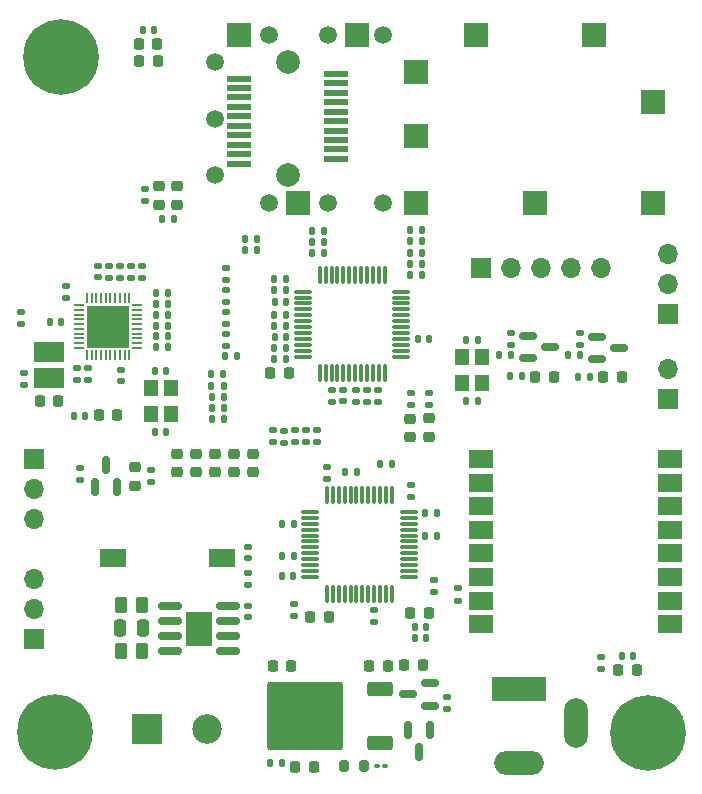
<source format=gbr>
%TF.GenerationSoftware,KiCad,Pcbnew,8.0.5*%
%TF.CreationDate,2025-11-07T08:13:22-03:00*%
%TF.ProjectId,sfp_moduloIC,7366705f-6d6f-4647-956c-6f49432e6b69,v1.0*%
%TF.SameCoordinates,Original*%
%TF.FileFunction,Soldermask,Top*%
%TF.FilePolarity,Negative*%
%FSLAX46Y46*%
G04 Gerber Fmt 4.6, Leading zero omitted, Abs format (unit mm)*
G04 Created by KiCad (PCBNEW 8.0.5) date 2025-11-07 08:13:22*
%MOMM*%
%LPD*%
G01*
G04 APERTURE LIST*
G04 Aperture macros list*
%AMRoundRect*
0 Rectangle with rounded corners*
0 $1 Rounding radius*
0 $2 $3 $4 $5 $6 $7 $8 $9 X,Y pos of 4 corners*
0 Add a 4 corners polygon primitive as box body*
4,1,4,$2,$3,$4,$5,$6,$7,$8,$9,$2,$3,0*
0 Add four circle primitives for the rounded corners*
1,1,$1+$1,$2,$3*
1,1,$1+$1,$4,$5*
1,1,$1+$1,$6,$7*
1,1,$1+$1,$8,$9*
0 Add four rect primitives between the rounded corners*
20,1,$1+$1,$2,$3,$4,$5,0*
20,1,$1+$1,$4,$5,$6,$7,0*
20,1,$1+$1,$6,$7,$8,$9,0*
20,1,$1+$1,$8,$9,$2,$3,0*%
G04 Aperture macros list end*
%ADD10RoundRect,0.140000X-0.140000X-0.170000X0.140000X-0.170000X0.140000X0.170000X-0.140000X0.170000X0*%
%ADD11RoundRect,0.225000X0.225000X0.250000X-0.225000X0.250000X-0.225000X-0.250000X0.225000X-0.250000X0*%
%ADD12RoundRect,0.140000X-0.170000X0.140000X-0.170000X-0.140000X0.170000X-0.140000X0.170000X0.140000X0*%
%ADD13R,2.500000X2.500000*%
%ADD14C,2.500000*%
%ADD15RoundRect,0.150000X-0.587500X-0.150000X0.587500X-0.150000X0.587500X0.150000X-0.587500X0.150000X0*%
%ADD16RoundRect,0.140000X0.140000X0.170000X-0.140000X0.170000X-0.140000X-0.170000X0.140000X-0.170000X0*%
%ADD17RoundRect,0.150000X-0.150000X0.587500X-0.150000X-0.587500X0.150000X-0.587500X0.150000X0.587500X0*%
%ADD18RoundRect,0.218750X0.218750X0.256250X-0.218750X0.256250X-0.218750X-0.256250X0.218750X-0.256250X0*%
%ADD19RoundRect,0.062500X-0.062500X0.350000X-0.062500X-0.350000X0.062500X-0.350000X0.062500X0.350000X0*%
%ADD20RoundRect,0.062500X-0.350000X0.062500X-0.350000X-0.062500X0.350000X-0.062500X0.350000X0.062500X0*%
%ADD21R,3.600000X3.600000*%
%ADD22RoundRect,0.218750X-0.256250X0.218750X-0.256250X-0.218750X0.256250X-0.218750X0.256250X0.218750X0*%
%ADD23RoundRect,0.135000X0.135000X0.185000X-0.135000X0.185000X-0.135000X-0.185000X0.135000X-0.185000X0*%
%ADD24RoundRect,0.135000X-0.185000X0.135000X-0.185000X-0.135000X0.185000X-0.135000X0.185000X0.135000X0*%
%ADD25RoundRect,0.140000X0.170000X-0.140000X0.170000X0.140000X-0.170000X0.140000X-0.170000X-0.140000X0*%
%ADD26RoundRect,0.135000X-0.135000X-0.185000X0.135000X-0.185000X0.135000X0.185000X-0.135000X0.185000X0*%
%ADD27C,6.400000*%
%ADD28R,4.600000X2.000000*%
%ADD29O,4.200000X2.000000*%
%ADD30O,2.000000X4.200000*%
%ADD31RoundRect,0.135000X0.185000X-0.135000X0.185000X0.135000X-0.185000X0.135000X-0.185000X-0.135000X0*%
%ADD32R,1.700000X1.700000*%
%ADD33O,1.700000X1.700000*%
%ADD34RoundRect,0.218750X0.256250X-0.218750X0.256250X0.218750X-0.256250X0.218750X-0.256250X-0.218750X0*%
%ADD35RoundRect,0.150000X0.150000X-0.587500X0.150000X0.587500X-0.150000X0.587500X-0.150000X-0.587500X0*%
%ADD36RoundRect,0.225000X-0.225000X-0.250000X0.225000X-0.250000X0.225000X0.250000X-0.225000X0.250000X0*%
%ADD37C,2.000000*%
%ADD38R,2.000000X0.500000*%
%ADD39R,2.000000X2.000000*%
%ADD40C,1.500000*%
%ADD41RoundRect,0.250000X0.262500X0.450000X-0.262500X0.450000X-0.262500X-0.450000X0.262500X-0.450000X0*%
%ADD42R,1.200000X1.400000*%
%ADD43R,2.000000X1.500000*%
%ADD44RoundRect,0.250000X-0.262500X-0.450000X0.262500X-0.450000X0.262500X0.450000X-0.262500X0.450000X0*%
%ADD45RoundRect,0.200000X-0.200000X-0.275000X0.200000X-0.275000X0.200000X0.275000X-0.200000X0.275000X0*%
%ADD46RoundRect,0.150000X-0.825000X-0.150000X0.825000X-0.150000X0.825000X0.150000X-0.825000X0.150000X0*%
%ADD47R,2.290000X3.000000*%
%ADD48RoundRect,0.225000X-0.250000X0.225000X-0.250000X-0.225000X0.250000X-0.225000X0.250000X0.225000X0*%
%ADD49R,2.180000X1.600000*%
%ADD50RoundRect,0.150000X0.587500X0.150000X-0.587500X0.150000X-0.587500X-0.150000X0.587500X-0.150000X0*%
%ADD51R,2.650000X1.800000*%
%ADD52RoundRect,0.250000X0.850000X0.350000X-0.850000X0.350000X-0.850000X-0.350000X0.850000X-0.350000X0*%
%ADD53RoundRect,0.249997X2.950003X2.650003X-2.950003X2.650003X-2.950003X-2.650003X2.950003X-2.650003X0*%
%ADD54RoundRect,0.100000X-0.130000X-0.100000X0.130000X-0.100000X0.130000X0.100000X-0.130000X0.100000X0*%
%ADD55RoundRect,0.250000X-0.250000X-0.475000X0.250000X-0.475000X0.250000X0.475000X-0.250000X0.475000X0*%
%ADD56RoundRect,0.075000X0.075000X-0.662500X0.075000X0.662500X-0.075000X0.662500X-0.075000X-0.662500X0*%
%ADD57RoundRect,0.075000X0.662500X-0.075000X0.662500X0.075000X-0.662500X0.075000X-0.662500X-0.075000X0*%
%ADD58RoundRect,0.075000X-0.662500X-0.075000X0.662500X-0.075000X0.662500X0.075000X-0.662500X0.075000X0*%
%ADD59RoundRect,0.075000X-0.075000X-0.662500X0.075000X-0.662500X0.075000X0.662500X-0.075000X0.662500X0*%
G04 APERTURE END LIST*
D10*
%TO.C,C36*%
X150570001Y-104300000D03*
X151530001Y-104300000D03*
%TD*%
D11*
%TO.C,C11*%
X148265001Y-107570000D03*
X146715001Y-107570000D03*
%TD*%
D12*
%TO.C,C14*%
X147442501Y-84250000D03*
X147442501Y-85210000D03*
%TD*%
D13*
%TO.C,J8*%
X127940001Y-112930000D03*
D14*
X132940001Y-112930000D03*
%TD*%
D15*
%TO.C,Q4*%
X160181701Y-79660750D03*
X160181701Y-81560750D03*
X162056701Y-80610750D03*
%TD*%
D16*
%TO.C,C9*%
X139630001Y-81610000D03*
X138670001Y-81610000D03*
%TD*%
D17*
%TO.C,Q1*%
X151870001Y-113000000D03*
X149970001Y-113000000D03*
X150920001Y-114875000D03*
%TD*%
D10*
%TO.C,C34*%
X128690001Y-79695000D03*
X129650001Y-79695000D03*
%TD*%
%TO.C,C18*%
X128690001Y-75995000D03*
X129650001Y-75995000D03*
%TD*%
D18*
%TO.C,D4*%
X141997500Y-116130000D03*
X140422500Y-116130000D03*
%TD*%
%TO.C,D12*%
X168104201Y-83155750D03*
X166529201Y-83155750D03*
%TD*%
D19*
%TO.C,U5*%
X126402501Y-76427500D03*
X126002501Y-76427500D03*
X125602501Y-76427500D03*
X125202501Y-76427500D03*
X124802501Y-76427500D03*
X124402501Y-76427500D03*
X124002501Y-76427500D03*
X123602501Y-76427500D03*
X123202501Y-76427500D03*
X122802501Y-76427500D03*
D20*
X122165001Y-77065000D03*
X122165001Y-77465000D03*
X122165001Y-77865000D03*
X122165001Y-78265000D03*
X122165001Y-78665000D03*
X122165001Y-79065000D03*
X122165001Y-79465000D03*
X122165001Y-79865000D03*
X122165001Y-80265000D03*
X122165001Y-80665000D03*
D19*
X122802501Y-81302500D03*
X123202501Y-81302500D03*
X123602501Y-81302500D03*
X124002501Y-81302500D03*
X124402501Y-81302500D03*
X124802501Y-81302500D03*
X125202501Y-81302500D03*
X125602501Y-81302500D03*
X126002501Y-81302500D03*
X126402501Y-81302500D03*
D20*
X127040001Y-80665000D03*
X127040001Y-80265000D03*
X127040001Y-79865000D03*
X127040001Y-79465000D03*
X127040001Y-79065000D03*
X127040001Y-78665000D03*
X127040001Y-78265000D03*
X127040001Y-77865000D03*
X127040001Y-77465000D03*
X127040001Y-77065000D03*
D21*
X124602501Y-78865000D03*
%TD*%
D16*
%TO.C,C45*%
X122685001Y-86410000D03*
X121725001Y-86410000D03*
%TD*%
D22*
%TO.C,D11*%
X130480001Y-89615000D03*
X130480001Y-91190000D03*
%TD*%
D10*
%TO.C,C3*%
X154940001Y-85140000D03*
X155900001Y-85140000D03*
%TD*%
D23*
%TO.C,R17*%
X142920001Y-71690000D03*
X141900001Y-71690000D03*
%TD*%
D24*
%TO.C,R55*%
X164524201Y-79390750D03*
X164524201Y-80410750D03*
%TD*%
D16*
%TO.C,C4*%
X155900001Y-80010000D03*
X154940001Y-80010000D03*
%TD*%
D24*
%TO.C,R43*%
X139490001Y-87670000D03*
X139490001Y-88690000D03*
%TD*%
D25*
%TO.C,C46*%
X136460001Y-98490000D03*
X136460001Y-97530000D03*
%TD*%
D16*
%TO.C,C2*%
X139690001Y-76820000D03*
X138730001Y-76820000D03*
%TD*%
D23*
%TO.C,R18*%
X142920001Y-72640000D03*
X141900001Y-72640000D03*
%TD*%
%TO.C,R60*%
X164574201Y-81300750D03*
X163554201Y-81300750D03*
%TD*%
D25*
%TO.C,C25*%
X123730001Y-74710000D03*
X123730001Y-73750000D03*
%TD*%
D26*
%TO.C,R32*%
X138620001Y-80660000D03*
X139640001Y-80660000D03*
%TD*%
D27*
%TO.C,H1*%
X120590001Y-56030000D03*
%TD*%
D28*
%TO.C,J7*%
X159390001Y-109540000D03*
D29*
X159390001Y-115840000D03*
D30*
X164190001Y-112440000D03*
%TD*%
D22*
%TO.C,D7*%
X136880001Y-89622500D03*
X136880001Y-91197500D03*
%TD*%
D24*
%TO.C,R30*%
X134595500Y-75764501D03*
X134595500Y-76784501D03*
%TD*%
D26*
%TO.C,R13*%
X150150001Y-72610000D03*
X151170001Y-72610000D03*
%TD*%
D16*
%TO.C,C5*%
X139690001Y-79730000D03*
X138730001Y-79730000D03*
%TD*%
D18*
%TO.C,D5*%
X143315001Y-103420000D03*
X141740001Y-103420000D03*
%TD*%
D22*
%TO.C,D9*%
X133680001Y-89622500D03*
X133680001Y-91197500D03*
%TD*%
D24*
%TO.C,R26*%
X151798801Y-84487600D03*
X151798801Y-85507600D03*
%TD*%
D10*
%TO.C,C22*%
X134540001Y-81390000D03*
X135500001Y-81390000D03*
%TD*%
D22*
%TO.C,D6*%
X126910001Y-90762500D03*
X126910001Y-92337500D03*
%TD*%
D31*
%TO.C,R29*%
X134595500Y-80504501D03*
X134595500Y-79484501D03*
%TD*%
D22*
%TO.C,D10*%
X132080001Y-89622500D03*
X132080001Y-91197500D03*
%TD*%
D12*
%TO.C,C51*%
X166372501Y-106880000D03*
X166372501Y-107840000D03*
%TD*%
D23*
%TO.C,R23*%
X139700001Y-77850000D03*
X138680001Y-77850000D03*
%TD*%
D16*
%TO.C,C31*%
X140297501Y-100010000D03*
X139337501Y-100010000D03*
%TD*%
D32*
%TO.C,J1*%
X156210001Y-73940000D03*
D33*
X158750001Y-73940000D03*
X161290001Y-73940000D03*
X163830001Y-73940000D03*
X166370001Y-73940000D03*
%TD*%
D24*
%TO.C,R46*%
X142320001Y-87660000D03*
X142320001Y-88680000D03*
%TD*%
D12*
%TO.C,C6*%
X143532501Y-84250000D03*
X143532501Y-85210000D03*
%TD*%
D32*
%TO.C,J4*%
X171990001Y-77775000D03*
D33*
X171990001Y-75235000D03*
X171990001Y-72695000D03*
%TD*%
D10*
%TO.C,C39*%
X150570001Y-105220000D03*
X151530001Y-105220000D03*
%TD*%
D11*
%TO.C,C48*%
X128785001Y-54940000D03*
X127235001Y-54940000D03*
%TD*%
D34*
%TO.C,L3*%
X130470001Y-68550000D03*
X130470001Y-66975000D03*
%TD*%
D23*
%TO.C,R62*%
X158734201Y-81300750D03*
X157714201Y-81300750D03*
%TD*%
%TO.C,R61*%
X159614201Y-83090750D03*
X158594201Y-83090750D03*
%TD*%
D24*
%TO.C,R44*%
X140430001Y-87660000D03*
X140430001Y-88680000D03*
%TD*%
D12*
%TO.C,C16*%
X136447501Y-102533750D03*
X136447501Y-103493750D03*
%TD*%
D35*
%TO.C,Q2*%
X123470001Y-92427500D03*
X125370001Y-92427500D03*
X124420001Y-90552500D03*
%TD*%
D18*
%TO.C,D13*%
X162319201Y-83110750D03*
X160744201Y-83110750D03*
%TD*%
D26*
%TO.C,R51*%
X151450001Y-96590000D03*
X152470001Y-96590000D03*
%TD*%
D12*
%TO.C,C37*%
X125670001Y-82500000D03*
X125670001Y-83460000D03*
%TD*%
D10*
%TO.C,C20*%
X128690001Y-77845000D03*
X129650001Y-77845000D03*
%TD*%
D36*
%TO.C,C53*%
X167802501Y-107950000D03*
X169352501Y-107950000D03*
%TD*%
D12*
%TO.C,C32*%
X122910001Y-82400000D03*
X122910001Y-83360000D03*
%TD*%
D37*
%TO.C,J6*%
X139815001Y-66070000D03*
X139815001Y-56470000D03*
D38*
X143915001Y-64670000D03*
X143915001Y-63870000D03*
X143915001Y-63070000D03*
X143915001Y-62270000D03*
X143915001Y-61470000D03*
X143915001Y-60670000D03*
X143915001Y-59870000D03*
X143915001Y-59070000D03*
X143915001Y-58270000D03*
X143915001Y-57470000D03*
X135715001Y-57870000D03*
X135715001Y-58670000D03*
X135715001Y-59470000D03*
X135715001Y-60270000D03*
X135715001Y-61070000D03*
X135715001Y-61870000D03*
X135715001Y-62670000D03*
X135715001Y-63470000D03*
X135715001Y-64270000D03*
X135715001Y-65070000D03*
D39*
X170715001Y-68395000D03*
X170715001Y-59820000D03*
X165715001Y-54145000D03*
X160715001Y-68395000D03*
X155715001Y-54145000D03*
X150715001Y-68395000D03*
X150715001Y-62720000D03*
X150715001Y-57320000D03*
D40*
X147915001Y-68395000D03*
X147915001Y-54145000D03*
D39*
X145715001Y-54145000D03*
D40*
X143215001Y-68395000D03*
X143215001Y-54145000D03*
D39*
X140715001Y-68395000D03*
D40*
X138215001Y-68395000D03*
X138215001Y-54145000D03*
D39*
X135715001Y-54145000D03*
D40*
X133615001Y-66070000D03*
X133615001Y-61270000D03*
X133615001Y-56470000D03*
%TD*%
D36*
%TO.C,C42*%
X150205001Y-103100000D03*
X151755001Y-103100000D03*
%TD*%
D10*
%TO.C,C23*%
X128540001Y-87760000D03*
X129500001Y-87760000D03*
%TD*%
D34*
%TO.C,D2*%
X150190001Y-88230000D03*
X150190001Y-86655000D03*
%TD*%
D41*
%TO.C,R1*%
X127510001Y-106350000D03*
X125685001Y-106350000D03*
%TD*%
D23*
%TO.C,R24*%
X139700001Y-78800000D03*
X138680001Y-78800000D03*
%TD*%
D10*
%TO.C,C21*%
X128690001Y-78775000D03*
X129650001Y-78775000D03*
%TD*%
D32*
%TO.C,J3*%
X118305001Y-105285000D03*
D33*
X118305001Y-102745000D03*
X118305001Y-100205000D03*
%TD*%
D23*
%TO.C,R37*%
X134370001Y-82900000D03*
X133350001Y-82900000D03*
%TD*%
D22*
%TO.C,D8*%
X135280001Y-89620000D03*
X135280001Y-91195000D03*
%TD*%
D42*
%TO.C,Y2*%
X128240001Y-84100000D03*
X128240001Y-86300000D03*
X129940001Y-86300000D03*
X129940001Y-84100000D03*
%TD*%
D32*
%TO.C,J2*%
X118350001Y-90050000D03*
D33*
X118350001Y-92590000D03*
X118350001Y-95130000D03*
%TD*%
D26*
%TO.C,R11*%
X150150001Y-74500000D03*
X151170001Y-74500000D03*
%TD*%
D23*
%TO.C,R8*%
X148605201Y-90475600D03*
X147585201Y-90475600D03*
%TD*%
%TO.C,R58*%
X137210001Y-71440000D03*
X136190001Y-71440000D03*
%TD*%
D25*
%TO.C,C28*%
X125580001Y-74720000D03*
X125580001Y-73760000D03*
%TD*%
D10*
%TO.C,C1*%
X150852501Y-79910000D03*
X151812501Y-79910000D03*
%TD*%
D43*
%TO.C,U6*%
X172160001Y-104070000D03*
X172160001Y-102070000D03*
X172160001Y-100070000D03*
X172160001Y-98070000D03*
X172160001Y-96070000D03*
X172160001Y-94070000D03*
X172160001Y-92070000D03*
X172160001Y-90070000D03*
X156160001Y-90070000D03*
X156160001Y-92070000D03*
X156160001Y-94070000D03*
X156160001Y-96070000D03*
X156160001Y-98070000D03*
X156160001Y-100070000D03*
X156160001Y-102070000D03*
X156160001Y-104070000D03*
%TD*%
D36*
%TO.C,C12*%
X149685001Y-107560000D03*
X151235001Y-107560000D03*
%TD*%
D44*
%TO.C,R19*%
X125677501Y-102470000D03*
X127502501Y-102470000D03*
%TD*%
D36*
%TO.C,C17*%
X138565000Y-107575000D03*
X140115000Y-107575000D03*
%TD*%
D10*
%TO.C,C26*%
X128690001Y-80625000D03*
X129650001Y-80625000D03*
%TD*%
D24*
%TO.C,R45*%
X141370001Y-87660000D03*
X141370001Y-88680000D03*
%TD*%
D23*
%TO.C,R22*%
X139700001Y-75790000D03*
X138680001Y-75790000D03*
%TD*%
%TO.C,R21*%
X139700001Y-74830000D03*
X138680001Y-74830000D03*
%TD*%
D18*
%TO.C,L2*%
X128797501Y-56400000D03*
X127222501Y-56400000D03*
%TD*%
D45*
%TO.C,R27*%
X144585000Y-116045000D03*
X146235000Y-116045000D03*
%TD*%
D12*
%TO.C,C33*%
X147127501Y-102900000D03*
X147127501Y-103860000D03*
%TD*%
D26*
%TO.C,R15*%
X150150001Y-70720000D03*
X151170001Y-70720000D03*
%TD*%
D24*
%TO.C,R10*%
X152220001Y-100310000D03*
X152220001Y-101330000D03*
%TD*%
%TO.C,R36*%
X122240001Y-90822500D03*
X122240001Y-91842500D03*
%TD*%
D25*
%TO.C,C27*%
X143180001Y-91730000D03*
X143180001Y-90770000D03*
%TD*%
D23*
%TO.C,R38*%
X134380001Y-83860000D03*
X133360001Y-83860000D03*
%TD*%
%TO.C,R35*%
X140310001Y-95550000D03*
X139290001Y-95550000D03*
%TD*%
D31*
%TO.C,R49*%
X126520001Y-74770000D03*
X126520001Y-73750000D03*
%TD*%
%TO.C,R47*%
X128210001Y-92060000D03*
X128210001Y-91040000D03*
%TD*%
D34*
%TO.C,D3*%
X151808801Y-88195100D03*
X151808801Y-86620100D03*
%TD*%
D27*
%TO.C,H2*%
X170320002Y-113240001D03*
%TD*%
D42*
%TO.C,Y1*%
X154570001Y-81470000D03*
X154570001Y-83670000D03*
X156270001Y-83670000D03*
X156270001Y-81470000D03*
%TD*%
D31*
%TO.C,R28*%
X134605500Y-74914501D03*
X134605500Y-73894501D03*
%TD*%
D12*
%TO.C,C40*%
X121970001Y-82400000D03*
X121970001Y-83360000D03*
%TD*%
D23*
%TO.C,R39*%
X134390001Y-84800000D03*
X133370001Y-84800000D03*
%TD*%
D32*
%TO.C,J5*%
X172010001Y-85035000D03*
D33*
X172010001Y-82495000D03*
%TD*%
D23*
%TO.C,R57*%
X137210001Y-72390000D03*
X136190001Y-72390000D03*
%TD*%
D46*
%TO.C,U1*%
X129805001Y-102535000D03*
X129805001Y-103805000D03*
X129805001Y-105075000D03*
X129805001Y-106345000D03*
X134755001Y-106345000D03*
X134755001Y-105075000D03*
X134755001Y-103805000D03*
X134755001Y-102535000D03*
D47*
X132280001Y-104440000D03*
%TD*%
D48*
%TO.C,C55*%
X128920001Y-66987500D03*
X128920001Y-68537500D03*
%TD*%
D16*
%TO.C,C24*%
X129500001Y-82640000D03*
X128540001Y-82640000D03*
%TD*%
D12*
%TO.C,C7*%
X144452501Y-84240000D03*
X144452501Y-85200000D03*
%TD*%
D16*
%TO.C,C49*%
X128500001Y-53750000D03*
X127540001Y-53750000D03*
%TD*%
D24*
%TO.C,R7*%
X153300001Y-110260001D03*
X153300001Y-111280001D03*
%TD*%
D15*
%TO.C,Q3*%
X165984201Y-79730750D03*
X165984201Y-81630750D03*
X167859201Y-80680750D03*
%TD*%
D10*
%TO.C,C29*%
X151467501Y-94620000D03*
X152427501Y-94620000D03*
%TD*%
D23*
%TO.C,R50*%
X140310001Y-98330000D03*
X139290001Y-98330000D03*
%TD*%
D27*
%TO.C,H3*%
X120150001Y-113230000D03*
%TD*%
D23*
%TO.C,R54*%
X145709601Y-91136000D03*
X144689601Y-91136000D03*
%TD*%
D16*
%TO.C,C52*%
X130150001Y-69722500D03*
X129190001Y-69722500D03*
%TD*%
D25*
%TO.C,C35*%
X121018801Y-76420000D03*
X121018801Y-75460000D03*
%TD*%
D36*
%TO.C,C47*%
X123820001Y-86390000D03*
X125370001Y-86390000D03*
%TD*%
D23*
%TO.C,R40*%
X134400001Y-85750000D03*
X133380001Y-85750000D03*
%TD*%
D24*
%TO.C,R52*%
X136450001Y-99720000D03*
X136450001Y-100740000D03*
%TD*%
D49*
%TO.C,SW1*%
X125040001Y-98500000D03*
X134220001Y-98500000D03*
%TD*%
D23*
%TO.C,R56*%
X165404201Y-83160750D03*
X164384201Y-83160750D03*
%TD*%
%TO.C,R33*%
X139300000Y-115785000D03*
X138280000Y-115785000D03*
%TD*%
D31*
%TO.C,R34*%
X140370001Y-103410000D03*
X140370001Y-102390000D03*
%TD*%
D25*
%TO.C,C30*%
X127450001Y-74720000D03*
X127450001Y-73760000D03*
%TD*%
D24*
%TO.C,R25*%
X150228801Y-84507600D03*
X150228801Y-85527600D03*
%TD*%
D10*
%TO.C,C19*%
X128690001Y-76915000D03*
X129650001Y-76915000D03*
%TD*%
D26*
%TO.C,R14*%
X150150001Y-71660000D03*
X151170001Y-71660000D03*
%TD*%
D24*
%TO.C,R48*%
X117190001Y-77600000D03*
X117190001Y-78620000D03*
%TD*%
D12*
%TO.C,C54*%
X127730001Y-67242500D03*
X127730001Y-68202500D03*
%TD*%
D24*
%TO.C,R9*%
X150250001Y-92290000D03*
X150250001Y-93310000D03*
%TD*%
D50*
%TO.C,D1*%
X151840001Y-110950000D03*
X151840001Y-109050000D03*
X149965001Y-110000000D03*
%TD*%
D23*
%TO.C,R16*%
X142920001Y-70750000D03*
X141900001Y-70750000D03*
%TD*%
D51*
%TO.C,L1*%
X119610001Y-83210000D03*
X119610001Y-81010000D03*
%TD*%
D52*
%TO.C,U3*%
X147610001Y-114090000D03*
D53*
X141310001Y-111810000D03*
D52*
X147610001Y-109530000D03*
%TD*%
D12*
%TO.C,C15*%
X145582501Y-84252500D03*
X145582501Y-85212500D03*
%TD*%
D24*
%TO.C,R31*%
X134595500Y-77624501D03*
X134595500Y-78644501D03*
%TD*%
D31*
%TO.C,R53*%
X154270001Y-102060000D03*
X154270001Y-101040000D03*
%TD*%
D11*
%TO.C,C10*%
X139880001Y-82800000D03*
X138330001Y-82800000D03*
%TD*%
D54*
%TO.C,R20*%
X147400000Y-116045000D03*
X148040000Y-116045000D03*
%TD*%
D55*
%TO.C,C13*%
X125645001Y-104420000D03*
X127545001Y-104420000D03*
%TD*%
D56*
%TO.C,U4*%
X143130001Y-101472500D03*
X143630001Y-101472500D03*
X144130001Y-101472500D03*
X144630001Y-101472500D03*
X145130001Y-101472500D03*
X145630001Y-101472500D03*
X146130001Y-101472500D03*
X146630001Y-101472500D03*
X147130001Y-101472500D03*
X147630001Y-101472500D03*
X148130001Y-101472500D03*
X148630001Y-101472500D03*
D57*
X150042501Y-100060000D03*
X150042501Y-99560000D03*
X150042501Y-99060000D03*
X150042501Y-98560000D03*
X150042501Y-98060000D03*
X150042501Y-97560000D03*
X150042501Y-97060000D03*
X150042501Y-96560000D03*
X150042501Y-96060000D03*
X150042501Y-95560000D03*
X150042501Y-95060000D03*
X150042501Y-94560000D03*
D56*
X148630001Y-93147500D03*
X148130001Y-93147500D03*
X147630001Y-93147500D03*
X147130001Y-93147500D03*
X146630001Y-93147500D03*
X146130001Y-93147500D03*
X145630001Y-93147500D03*
X145130001Y-93147500D03*
X144630001Y-93147500D03*
X144130001Y-93147500D03*
X143630001Y-93147500D03*
X143130001Y-93147500D03*
D57*
X141717501Y-94560000D03*
X141717501Y-95060000D03*
X141717501Y-95560000D03*
X141717501Y-96060000D03*
X141717501Y-96560000D03*
X141717501Y-97060000D03*
X141717501Y-97560000D03*
X141717501Y-98060000D03*
X141717501Y-98560000D03*
X141717501Y-99060000D03*
X141717501Y-99560000D03*
X141717501Y-100060000D03*
%TD*%
D23*
%TO.C,R41*%
X134410001Y-86690000D03*
X133390001Y-86690000D03*
%TD*%
D16*
%TO.C,C43*%
X120605536Y-78506266D03*
X119645536Y-78506266D03*
%TD*%
D58*
%TO.C,U2*%
X141110001Y-75910000D03*
X141110001Y-76410000D03*
X141110001Y-76910000D03*
X141110001Y-77410000D03*
X141110001Y-77910000D03*
X141110001Y-78410000D03*
X141110001Y-78910000D03*
X141110001Y-79410000D03*
X141110001Y-79910000D03*
X141110001Y-80410000D03*
X141110001Y-80910000D03*
X141110001Y-81410000D03*
D59*
X142522501Y-82822500D03*
X143022501Y-82822500D03*
X143522501Y-82822500D03*
X144022501Y-82822500D03*
X144522501Y-82822500D03*
X145022501Y-82822500D03*
X145522501Y-82822500D03*
X146022501Y-82822500D03*
X146522501Y-82822500D03*
X147022501Y-82822500D03*
X147522501Y-82822500D03*
X148022501Y-82822500D03*
D58*
X149435001Y-81410000D03*
X149435001Y-80910000D03*
X149435001Y-80410000D03*
X149435001Y-79910000D03*
X149435001Y-79410000D03*
X149435001Y-78910000D03*
X149435001Y-78410000D03*
X149435001Y-77910000D03*
X149435001Y-77410000D03*
X149435001Y-76910000D03*
X149435001Y-76410000D03*
X149435001Y-75910000D03*
D59*
X148022501Y-74497500D03*
X147522501Y-74497500D03*
X147022501Y-74497500D03*
X146522501Y-74497500D03*
X146022501Y-74497500D03*
X145522501Y-74497500D03*
X145022501Y-74497500D03*
X144522501Y-74497500D03*
X144022501Y-74497500D03*
X143522501Y-74497500D03*
X143022501Y-74497500D03*
X142522501Y-74497500D03*
%TD*%
D26*
%TO.C,R12*%
X150150001Y-73560000D03*
X151170001Y-73560000D03*
%TD*%
D24*
%TO.C,R59*%
X158721701Y-79380750D03*
X158721701Y-80400750D03*
%TD*%
%TO.C,R42*%
X138550001Y-87660000D03*
X138550001Y-88680000D03*
%TD*%
D10*
%TO.C,C50*%
X168127501Y-106720000D03*
X169087501Y-106720000D03*
%TD*%
D12*
%TO.C,C8*%
X146512501Y-84250000D03*
X146512501Y-85210000D03*
%TD*%
%TO.C,C38*%
X117490001Y-82820000D03*
X117490001Y-83780000D03*
%TD*%
D11*
%TO.C,C41*%
X120375001Y-85140000D03*
X118825001Y-85140000D03*
%TD*%
D25*
%TO.C,C44*%
X124660001Y-74720000D03*
X124660001Y-73760000D03*
%TD*%
M02*

</source>
